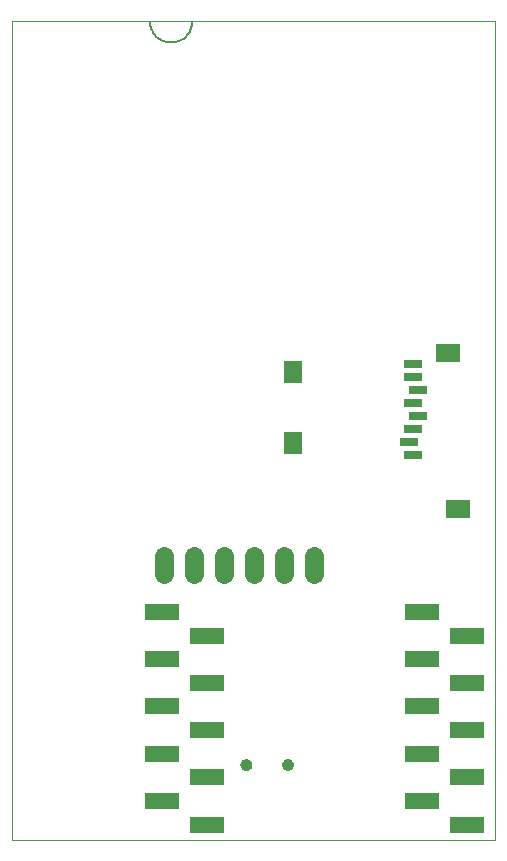
<source format=gbs>
G75*
G70*
%OFA0B0*%
%FSLAX24Y24*%
%IPPOS*%
%LPD*%
%AMOC8*
5,1,8,0,0,1.08239X$1,22.5*
%
%ADD10C,0.0000*%
%ADD11R,0.0788X0.0591*%
%ADD12R,0.0591X0.0749*%
%ADD13R,0.0631X0.0316*%
%ADD14C,0.0394*%
%ADD15C,0.0640*%
%ADD16R,0.1142X0.0540*%
%ADD17C,0.0050*%
D10*
X005729Y003024D02*
X005729Y030339D01*
X021839Y030339D01*
X021819Y003024D01*
X005729Y003024D01*
X013355Y005552D02*
X013357Y005578D01*
X013363Y005604D01*
X013373Y005629D01*
X013386Y005652D01*
X013402Y005672D01*
X013422Y005690D01*
X013444Y005705D01*
X013467Y005717D01*
X013493Y005725D01*
X013519Y005729D01*
X013545Y005729D01*
X013571Y005725D01*
X013597Y005717D01*
X013621Y005705D01*
X013642Y005690D01*
X013662Y005672D01*
X013678Y005652D01*
X013691Y005629D01*
X013701Y005604D01*
X013707Y005578D01*
X013709Y005552D01*
X013707Y005526D01*
X013701Y005500D01*
X013691Y005475D01*
X013678Y005452D01*
X013662Y005432D01*
X013642Y005414D01*
X013620Y005399D01*
X013597Y005387D01*
X013571Y005379D01*
X013545Y005375D01*
X013519Y005375D01*
X013493Y005379D01*
X013467Y005387D01*
X013443Y005399D01*
X013422Y005414D01*
X013402Y005432D01*
X013386Y005452D01*
X013373Y005475D01*
X013363Y005500D01*
X013357Y005526D01*
X013355Y005552D01*
X014733Y005552D02*
X014735Y005578D01*
X014741Y005604D01*
X014751Y005629D01*
X014764Y005652D01*
X014780Y005672D01*
X014800Y005690D01*
X014822Y005705D01*
X014845Y005717D01*
X014871Y005725D01*
X014897Y005729D01*
X014923Y005729D01*
X014949Y005725D01*
X014975Y005717D01*
X014999Y005705D01*
X015020Y005690D01*
X015040Y005672D01*
X015056Y005652D01*
X015069Y005629D01*
X015079Y005604D01*
X015085Y005578D01*
X015087Y005552D01*
X015085Y005526D01*
X015079Y005500D01*
X015069Y005475D01*
X015056Y005452D01*
X015040Y005432D01*
X015020Y005414D01*
X014998Y005399D01*
X014975Y005387D01*
X014949Y005379D01*
X014923Y005375D01*
X014897Y005375D01*
X014871Y005379D01*
X014845Y005387D01*
X014821Y005399D01*
X014800Y005414D01*
X014780Y005432D01*
X014764Y005452D01*
X014751Y005475D01*
X014741Y005500D01*
X014735Y005526D01*
X014733Y005552D01*
D11*
X020603Y014067D03*
X020248Y019264D03*
D12*
X015091Y018634D03*
X015091Y016272D03*
D13*
X018949Y016311D03*
X019107Y015878D03*
X019107Y016744D03*
X019264Y017178D03*
X019107Y017611D03*
X019264Y018044D03*
X019107Y018477D03*
X019107Y018910D03*
D14*
X014910Y005552D03*
X013532Y005552D03*
D15*
X013796Y011909D02*
X013796Y012509D01*
X014796Y012509D02*
X014796Y011909D01*
X015796Y011909D02*
X015796Y012509D01*
X012796Y012509D02*
X012796Y011909D01*
X011796Y011909D02*
X011796Y012509D01*
X010796Y012509D02*
X010796Y011909D01*
D16*
X010726Y010642D03*
X010726Y009067D03*
X010726Y007493D03*
X010726Y005918D03*
X010726Y004343D03*
X012228Y005130D03*
X012228Y003556D03*
X012228Y006705D03*
X012228Y008280D03*
X012228Y009855D03*
X019387Y010642D03*
X019387Y009067D03*
X019387Y007493D03*
X019387Y005918D03*
X019387Y004343D03*
X020889Y005130D03*
X020889Y003556D03*
X020889Y006705D03*
X020889Y008280D03*
X020889Y009855D03*
D17*
X011739Y030333D02*
X011737Y030281D01*
X011731Y030230D01*
X011722Y030179D01*
X011709Y030129D01*
X011692Y030080D01*
X011672Y030032D01*
X011648Y029986D01*
X011621Y029942D01*
X011591Y029900D01*
X011558Y029860D01*
X011522Y029823D01*
X011484Y029788D01*
X011443Y029756D01*
X011399Y029728D01*
X011354Y029702D01*
X011307Y029680D01*
X011259Y029662D01*
X011209Y029647D01*
X011159Y029636D01*
X011108Y029628D01*
X011056Y029624D01*
X011004Y029624D01*
X010952Y029628D01*
X010901Y029636D01*
X010851Y029647D01*
X010801Y029662D01*
X010753Y029680D01*
X010706Y029702D01*
X010661Y029728D01*
X010617Y029756D01*
X010576Y029788D01*
X010538Y029823D01*
X010502Y029860D01*
X010469Y029900D01*
X010439Y029942D01*
X010412Y029986D01*
X010388Y030032D01*
X010368Y030080D01*
X010351Y030129D01*
X010338Y030179D01*
X010329Y030230D01*
X010323Y030281D01*
X010321Y030333D01*
M02*

</source>
